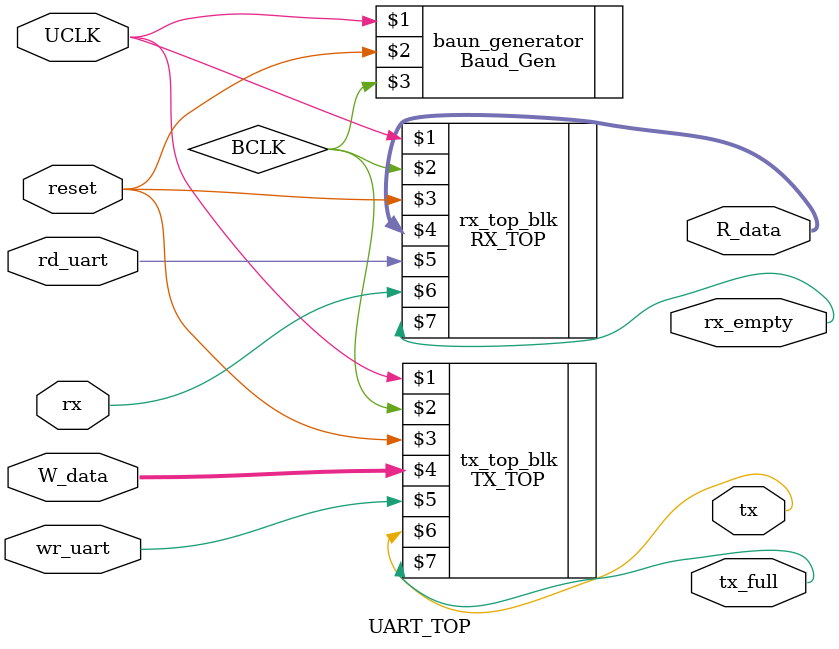
<source format=v>
module UART_TOP (UCLK,reset,W_data,wr_uart,tx,tx_full,R_data,rd_uart,rx,rx_empty);
//(UCLK,reset,W_data,wr_uart,tx_full,R_data,rd_uart,rx_empty);
    parameter OVERSAMPLE = 16;
    parameter DATA_WIDTH = 8;
    parameter DATA_BITS = $clog2(DATA_WIDTH);
    
    
    input UCLK,reset;
    input [DATA_WIDTH-1:0] W_data;
    input wr_uart;
    input rx;
    input rd_uart;

    output rx_empty;
    output [DATA_WIDTH-1:0] R_data;
    output tx_full;
    output tx;

   // wire tx_rx; 
    /* connect tx with rx for only simulation cases as for real case 
    the tx is the output from the uart connected to rx from another uart block and vise vera*/

    wire BCLK;

    Baud_Gen baun_generator (UCLK,reset,BCLK);
    TX_TOP tx_top_blk (UCLK,BCLK,reset,W_data,wr_uart,tx,tx_full);
    RX_TOP rx_top_blk (UCLK,BCLK,reset,R_data,rd_uart,rx,rx_empty);

    //TX_TOP tx_top_blk (UCLK,BCLK,reset,W_data,wr_uart,tx_rx,tx_full);
    //RX_TOP rx_top_blk (UCLK,BCLK,reset,R_data,rd_uart,tx_rx,rx_empty);

endmodule


 //(* dont_touch = "true" *)
</source>
